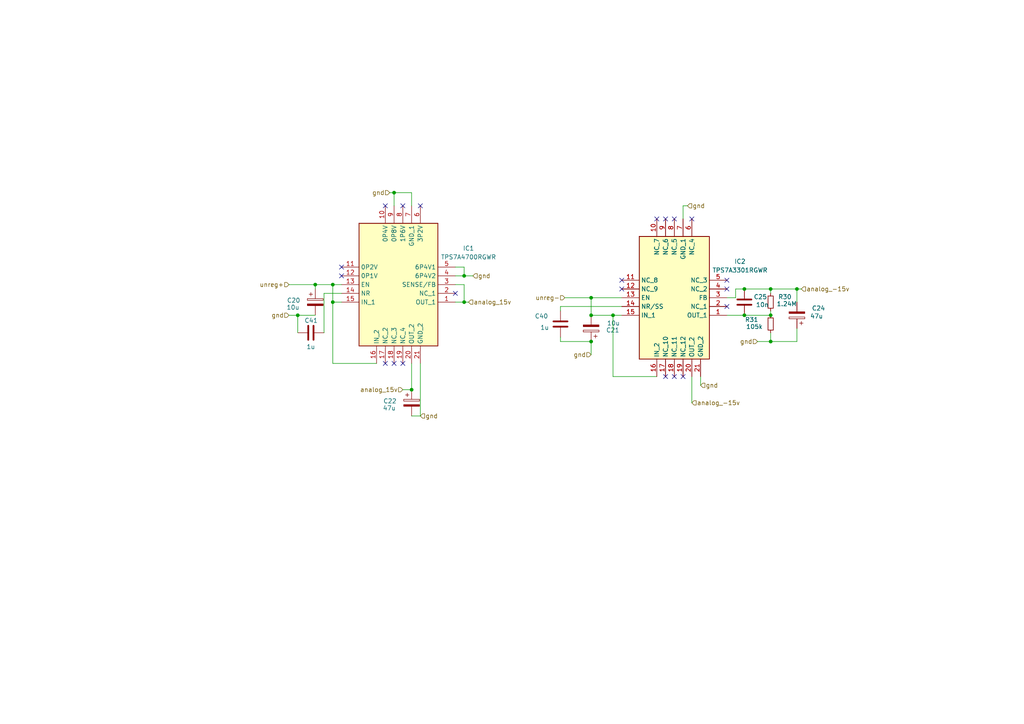
<source format=kicad_sch>
(kicad_sch (version 20250114) (generator "eeschema") (generator_version "9.0")
  (paper "A4")
  (lib_symbols
    (symbol "Device:C" (pin_numbers (hide yes)) (pin_names (offset 0.254))
      (property "Reference" "C" (at 0.635 2.54 0))
      (property "Value" "C" (at 0.635 -2.54 0))
      (symbol "C_0_1"
        (polyline (pts (xy -2.032 0.762) (xy 2.032 0.762)) (stroke (width 0.508)))
        (polyline (pts (xy -2.032 -0.762) (xy 2.032 -0.762)) (stroke (width 0.508)))
      )
      (symbol "C_1_1"
        (pin passive line (at 0 3.81 270) (length 2.794) (name "~") (number "1"))
        (pin passive line (at 0 -3.81 90) (length 2.794) (name "~") (number "2"))
      )
    )
    (symbol "Device:R_Small" (pin_numbers (hide yes)) (pin_names (offset 0.254) (hide yes))
      (property "Reference" "R" (at 0.762 0.508 0))
      (property "Value" "R_Small" (at 0.762 -1.016 0))
      (symbol "R_Small_0_1"
        (rectangle (start -0.762 1.778) (end 0.762 -1.778) (stroke (width 0.2032)))
      )
      (symbol "R_Small_1_1"
        (pin passive line (at 0 2.54 270) (length 0.762) (name "~") (number "1"))
        (pin passive line (at 0 -2.54 90) (length 0.762) (name "~") (number "2"))
      )
    )
    (symbol "Supply-Board-rescue:CP-Device" (pin_numbers (hide yes)) (pin_names (offset 0.254))
      (property "Reference" "C" (at 0.635 2.54 0))
      (property "Value" "Device_CP" (at 0.635 -2.54 0))
      (symbol "CP-Device_0_1"
        (rectangle (start -2.286 0.508) (end 2.286 1.016))
        (polyline (pts (xy -1.778 2.286) (xy -0.762 2.286)))
        (polyline (pts (xy -1.27 2.794) (xy -1.27 1.778)))
        (rectangle (start 2.286 -0.508) (end -2.286 -1.016) (fill (type outline)))
      )
      (symbol "CP-Device_1_1"
        (pin passive line (at 0 3.81 270) (length 2.794) (name "~") (number "1"))
        (pin passive line (at 0 -3.81 90) (length 2.794) (name "~") (number "2"))
      )
    )
    (symbol "TPS7A3301RGWR:TPS7A3301RGWR"
      (property "Reference" "IC" (at 26.67 17.78 0))
      (property "Value" "TPS7A3301RGWR" (at 26.67 15.24 0))
      (symbol "TPS7A3301RGWR_1_1"
        (rectangle (start 5.08 12.7) (end 25.4 -22.86) (stroke (width 0.254)) (fill (type background)))
        (pin passive line (at 0 0 0) (length 5.08) (name "OUT_1") (number "1"))
        (pin passive line (at 0 -2.54 0) (length 5.08) (name "NC_1") (number "2"))
        (pin passive line (at 0 -5.08 0) (length 5.08) (name "FB") (number "3"))
        (pin passive line (at 0 -7.62 0) (length 5.08) (name "NC_2") (number "4"))
        (pin passive line (at 0 -10.16 0) (length 5.08) (name "NC_3") (number "5"))
        (pin passive line (at 7.62 17.78 270) (length 5.08) (name "GND_2") (number "21"))
        (pin passive line (at 10.16 17.78 270) (length 5.08) (name "OUT_2") (number "20"))
        (pin passive line (at 10.16 -27.94 90) (length 5.08) (name "NC_4") (number "6"))
        (pin passive line (at 12.7 17.78 270) (length 5.08) (name "NC_12") (number "19"))
        (pin passive line (at 12.7 -27.94 90) (length 5.08) (name "GND_1") (number "7"))
        (pin passive line (at 15.24 17.78 270) (length 5.08) (name "NC_11") (number "18"))
        (pin passive line (at 15.24 -27.94 90) (length 5.08) (name "NC_5") (number "8"))
        (pin passive line (at 17.78 17.78 270) (length 5.08) (name "NC_10") (number "17"))
        (pin passive line (at 17.78 -27.94 90) (length 5.08) (name "NC_6") (number "9"))
        (pin passive line (at 20.32 17.78 270) (length 5.08) (name "IN_2") (number "16"))
        (pin passive line (at 20.32 -27.94 90) (length 5.08) (name "NC_7") (number "10"))
        (pin passive line (at 30.48 0 180) (length 5.08) (name "IN_1") (number "15"))
        (pin passive line (at 30.48 -2.54 180) (length 5.08) (name "NR/SS") (number "14"))
        (pin passive line (at 30.48 -5.08 180) (length 5.08) (name "EN") (number "13"))
        (pin passive line (at 30.48 -7.62 180) (length 5.08) (name "NC_9") (number "12"))
        (pin passive line (at 30.48 -10.16 180) (length 5.08) (name "NC_8") (number "11"))
      )
    )
    (symbol "TPS7A4700RGWR:TPS7A4700RGWR"
      (property "Reference" "IC" (at 29.21 17.78 0))
      (property "Value" "TPS7A4700RGWR" (at 29.21 15.24 0))
      (symbol "TPS7A4700RGWR_1_1"
        (rectangle (start 5.08 12.7) (end 27.94 -22.86) (stroke (width 0.254)) (fill (type background)))
        (pin passive line (at 0 0 0) (length 5.08) (name "OUT_1") (number "1"))
        (pin passive line (at 0 -2.54 0) (length 5.08) (name "NC_1") (number "2"))
        (pin passive line (at 0 -5.08 0) (length 5.08) (name "SENSE/FB") (number "3"))
        (pin passive line (at 0 -7.62 0) (length 5.08) (name "6P4V2") (number "4"))
        (pin passive line (at 0 -10.16 0) (length 5.08) (name "6P4V1") (number "5"))
        (pin passive line (at 10.16 17.78 270) (length 5.08) (name "GND_2") (number "21"))
        (pin passive line (at 10.16 -27.94 90) (length 5.08) (name "3P2V") (number "6"))
        (pin passive line (at 12.7 17.78 270) (length 5.08) (name "OUT_2") (number "20"))
        (pin passive line (at 12.7 -27.94 90) (length 5.08) (name "GND_1") (number "7"))
        (pin passive line (at 15.24 17.78 270) (length 5.08) (name "NC_4") (number "19"))
        (pin passive line (at 15.24 -27.94 90) (length 5.08) (name "1P6V") (number "8"))
        (pin passive line (at 17.78 17.78 270) (length 5.08) (name "NC_3") (number "18"))
        (pin passive line (at 17.78 -27.94 90) (length 5.08) (name "0P8V") (number "9"))
        (pin passive line (at 20.32 17.78 270) (length 5.08) (name "NC_2") (number "17"))
        (pin passive line (at 20.32 -27.94 90) (length 5.08) (name "0P4V") (number "10"))
        (pin passive line (at 22.86 17.78 270) (length 5.08) (name "IN_2") (number "16"))
        (pin passive line (at 33.02 0 180) (length 5.08) (name "IN_1") (number "15"))
        (pin passive line (at 33.02 -2.54 180) (length 5.08) (name "NR") (number "14"))
        (pin passive line (at 33.02 -5.08 180) (length 5.08) (name "EN") (number "13"))
        (pin passive line (at 33.02 -7.62 180) (length 5.08) (name "0P1V") (number "12"))
        (pin passive line (at 33.02 -10.16 180) (length 5.08) (name "0P2V") (number "11"))
      )
    )
  )
  (junction (at 171.45 86.36))
  (junction (at 223.52 83.82))
  (junction (at 96.52 82.55))
  (junction (at 171.45 91.44))
  (junction (at 171.45 99.06))
  (junction (at 177.8 91.44))
  (junction (at 215.9 91.44))
  (junction (at 223.52 91.44))
  (junction (at 86.36 91.44))
  (junction (at 114.3 55.88))
  (junction (at 119.38 113.03))
  (junction (at 91.44 82.55))
  (junction (at 134.62 80.01))
  (junction (at 215.9 83.82))
  (junction (at 96.52 87.63))
  (junction (at 223.52 99.06))
  (junction (at 134.62 87.63))
  (junction (at 231.14 83.82))
  (no_connect (at 210.82 83.82))
  (no_connect (at 111.76 105.41))
  (no_connect (at 210.82 88.9))
  (no_connect (at 198.12 109.22))
  (no_connect (at 121.92 59.69))
  (no_connect (at 195.58 109.22))
  (no_connect (at 195.58 63.5))
  (no_connect (at 99.06 80.01))
  (no_connect (at 180.34 81.28))
  (no_connect (at 132.08 85.09))
  (no_connect (at 193.04 109.22))
  (no_connect (at 111.76 59.69))
  (no_connect (at 190.5 63.5))
  (no_connect (at 193.04 63.5))
  (no_connect (at 210.82 81.28))
  (no_connect (at 114.3 105.41))
  (no_connect (at 116.84 105.41))
  (no_connect (at 180.34 83.82))
  (no_connect (at 99.06 77.47))
  (no_connect (at 116.84 59.69))
  (no_connect (at 200.66 63.5))
  (wire (pts (xy 219.71 99.06) (xy 223.52 99.06)))
  (wire (pts (xy 86.36 91.44) (xy 91.44 91.44)))
  (wire (pts (xy 231.14 83.82) (xy 231.14 87.63)))
  (wire (pts (xy 134.62 87.63) (xy 135.89 87.63)))
  (wire (pts (xy 121.92 105.41) (xy 121.92 120.65)))
  (wire (pts (xy 162.56 97.79) (xy 162.56 99.06)))
  (wire (pts (xy 223.52 96.52) (xy 223.52 99.06)))
  (wire (pts (xy 177.8 109.22) (xy 177.8 91.44)))
  (wire (pts (xy 180.34 86.36) (xy 171.45 86.36)))
  (wire (pts (xy 190.5 109.22) (xy 177.8 109.22)))
  (wire (pts (xy 132.08 87.63) (xy 134.62 87.63)))
  (wire (pts (xy 198.12 59.69) (xy 198.12 63.5)))
  (wire (pts (xy 215.9 83.82) (xy 223.52 83.82)))
  (wire (pts (xy 96.52 105.41) (xy 96.52 87.63)))
  (wire (pts (xy 96.52 87.63) (xy 96.52 82.55)))
  (wire (pts (xy 96.52 82.55) (xy 99.06 82.55)))
  (wire (pts (xy 113.03 55.88) (xy 114.3 55.88)))
  (wire (pts (xy 119.38 55.88) (xy 114.3 55.88)))
  (wire (pts (xy 86.36 91.44) (xy 86.36 96.52)))
  (wire (pts (xy 223.52 90.17) (xy 223.52 91.44)))
  (wire (pts (xy 177.8 91.44) (xy 180.34 91.44)))
  (wire (pts (xy 119.38 59.69) (xy 119.38 55.88)))
  (wire (pts (xy 215.9 83.82) (xy 213.36 83.82)))
  (wire (pts (xy 203.2 109.22) (xy 203.2 111.76)))
  (wire (pts (xy 132.08 77.47) (xy 134.62 77.47)))
  (wire (pts (xy 223.52 83.82) (xy 223.52 85.09)))
  (wire (pts (xy 116.84 113.03) (xy 119.38 113.03)))
  (wire (pts (xy 163.83 86.36) (xy 171.45 86.36)))
  (wire (pts (xy 162.56 90.17) (xy 162.56 88.9)))
  (wire (pts (xy 93.98 85.09) (xy 93.98 96.52)))
  (wire (pts (xy 215.9 91.44) (xy 223.52 91.44)))
  (wire (pts (xy 231.14 95.25) (xy 231.14 99.06)))
  (wire (pts (xy 213.36 86.36) (xy 210.82 86.36)))
  (wire (pts (xy 199.39 59.69) (xy 198.12 59.69)))
  (wire (pts (xy 223.52 83.82) (xy 231.14 83.82)))
  (wire (pts (xy 134.62 82.55) (xy 134.62 87.63)))
  (wire (pts (xy 119.38 120.65) (xy 121.92 120.65)))
  (wire (pts (xy 93.98 85.09) (xy 99.06 85.09)))
  (wire (pts (xy 210.82 91.44) (xy 215.9 91.44)))
  (wire (pts (xy 171.45 86.36) (xy 171.45 91.44)))
  (wire (pts (xy 162.56 99.06) (xy 171.45 99.06)))
  (wire (pts (xy 213.36 83.82) (xy 213.36 86.36)))
  (wire (pts (xy 99.06 87.63) (xy 96.52 87.63)))
  (wire (pts (xy 132.08 80.01) (xy 134.62 80.01)))
  (wire (pts (xy 162.56 88.9) (xy 180.34 88.9)))
  (wire (pts (xy 134.62 80.01) (xy 137.16 80.01)))
  (wire (pts (xy 114.3 55.88) (xy 114.3 59.69)))
  (wire (pts (xy 119.38 113.03) (xy 119.38 105.41)))
  (wire (pts (xy 83.82 91.44) (xy 86.36 91.44)))
  (wire (pts (xy 231.14 83.82) (xy 232.41 83.82)))
  (wire (pts (xy 91.44 83.82) (xy 91.44 82.55)))
  (wire (pts (xy 200.66 109.22) (xy 200.66 116.84)))
  (wire (pts (xy 96.52 82.55) (xy 91.44 82.55)))
  (wire (pts (xy 83.82 82.55) (xy 91.44 82.55)))
  (wire (pts (xy 171.45 91.44) (xy 177.8 91.44)))
  (wire (pts (xy 134.62 77.47) (xy 134.62 80.01)))
  (wire (pts (xy 132.08 82.55) (xy 134.62 82.55)))
  (wire (pts (xy 171.45 102.87) (xy 171.45 99.06)))
  (wire (pts (xy 223.52 99.06) (xy 231.14 99.06)))
  (wire (pts (xy 109.22 105.41) (xy 96.52 105.41)))
  (hierarchical_label "analog_15v" (shape input) (at 135.89 87.63 0))
  (hierarchical_label "gnd" (shape input) (at 203.2 111.76 0))
  (hierarchical_label "analog_15v" (shape input) (at 116.84 113.03 180))
  (hierarchical_label "gnd" (shape input) (at 199.39 59.69 0))
  (hierarchical_label "gnd" (shape input) (at 113.03 55.88 180))
  (hierarchical_label "gnd" (shape input) (at 219.71 99.06 180))
  (hierarchical_label "unreg-" (shape input) (at 163.83 86.36 180))
  (hierarchical_label "gnd" (shape input) (at 137.16 80.01 0))
  (hierarchical_label "analog_-15v" (shape input) (at 232.41 83.82 0))
  (hierarchical_label "gnd" (shape input) (at 171.45 102.87 180))
  (hierarchical_label "gnd" (shape input) (at 121.92 120.65 0))
  (hierarchical_label "unreg+" (shape input) (at 83.82 82.55 180))
  (hierarchical_label "analog_-15v" (shape input) (at 200.66 116.84 0))
  (hierarchical_label "gnd" (shape input) (at 83.82 91.44 180))
  (symbol (lib_id "Device:C") (at 215.9 87.63 0) (unit 1)
    (property "Reference" "C25" (at 222.504 86.106 0) (effects (justify right)))
    (property "Value" "10n" (at 223.012 88.392 0) (effects (justify right)))
    (property "Footprint" "Capacitor_SMD:C_0603_1608Metric" (effects (hide yes)))
    (property "Datasheet" "https://www.reichelt.de/vielschicht-kerko-4-7-f-16v-125-c-kem-x7r0805-4-7u-p207081.html?&trstct=pol_3" (effects (hide yes)))
    (property "Mouser Part Number" "581-06033C103KAZ2A" (effects (hide yes)))
  )
  (symbol (lib_id "Device:C") (at 90.17 96.52 270) (unit 1)
    (property "Reference" "C41" (at 92.202 92.964 90) (effects (justify right)))
    (property "Value" "1u" (at 91.44 100.584 90) (effects (justify right)))
    (property "Footprint" "Capacitor_SMD:C_0603_1608Metric" (effects (hide yes)))
    (property "Datasheet" "https://www.reichelt.de/vielschicht-kerko-4-7-f-16v-125-c-kem-x7r0805-4-7u-p207081.html?&trstct=pol_3" (effects (hide yes)))
    (property "Mouser Part Number" "963-MLASU168SB5105KT" (effects (hide yes)))
  )
  (symbol (lib_id "TPS7A3301RGWR:TPS7A3301RGWR") (at 210.82 91.44 180) (unit 1)
    (property "Reference" "IC2" (at 214.63 75.8346 0))
    (property "Value" "TPS7A3301RGWR" (at 214.63 78.3746 0))
    (property "Footprint" "TPS7A3301RGWR:QFN65P500X500X100-21N-D" (effects (hide yes)))
    (property "Datasheet" "http://www.ti.com/lit/ds/symlink/tps7a33.pdf" (effects (hide yes)))
    (property "Description" "-3V to -36V Vin, 1A output current, ultra-low-noise, high-PSRR, low-dropout (LDO) linear regulator" (effects (hide yes)))
    (property "Height" "1" (effects (hide yes)))
    (property "Mouser Part Number" "595-TPS7A3301RGWR" (effects (hide yes)))
    (property "Mouser Price/Stock" "https://www.mouser.co.uk/ProductDetail/Texas-Instruments/TPS7A3301RGWR?qs=i8JZjLRTtkLEU7%252B8PZb5ZA%3D%3D" (effects (hide yes)))
    (property "Manufacturer_Name" "Texas Instruments" (effects (hide yes)))
    (property "Manufacturer_Part_Number" "TPS7A3301RGWR" (effects (hide yes)))
  )
  (symbol (lib_id "Supply-Board-rescue:CP-Device") (at 119.38 116.84 0) (unit 1)
    (property "Reference" "C22" (at 115.062 116.332 0) (effects (justify right)))
    (property "Value" "47u" (at 114.808 118.364 0) (effects (justify right)))
    (property "Footprint" "Capacitor_Tantalum_SMD:CP_EIA-7343-31_Kemet-D" (effects (hide yes)))
    (property "Datasheet" "https://www.reichelt.de/smd-tantal-10-f-16v-125-c-t491c-10u-16-p206468.html?&trstct=pol_3" (effects (hide yes)))
    (property "Mouser Part Number" "80-T491D476K020" (effects (hide yes)))
  )
  (symbol (lib_id "Supply-Board-rescue:CP-Device") (at 91.44 87.63 0) (unit 1)
    (property "Reference" "C20" (at 87.122 87.122 0) (effects (justify right)))
    (property "Value" "10u" (at 86.868 89.154 0) (effects (justify right)))
    (property "Footprint" "Capacitor_Tantalum_SMD:CP_EIA-7343-31_Kemet-D" (effects (hide yes)))
    (property "Datasheet" "https://www.reichelt.de/smd-tantal-10-f-16v-125-c-t491c-10u-16-p206468.html?&trstct=pol_3" (effects (hide yes)))
    (property "Mouser Part Number" "80-T491D106K025" (effects (hide yes)))
  )
  (symbol (lib_id "TPS7A4700RGWR:TPS7A4700RGWR") (at 132.08 87.63 180) (unit 1)
    (property "Reference" "IC1" (at 135.89 72.0246 0))
    (property "Value" "TPS7A4700RGWR" (at 135.89 74.5646 0))
    (property "Footprint" "TPS7A4700RGWR:QFN65P500X500X100-21N-D" (effects (hide yes)))
    (property "Datasheet" "http://www.ti.com/lit/gpn/tps7a47" (effects (hide yes)))
    (property "Description" "36-V, 1-A, 4.17-uVRMS, RF low-dropout (LDO) voltage regulator" (effects (hide yes)))
    (property "Height" "1" (effects (hide yes)))
    (property "Mouser Part Number" "595-TPS7A4700RGWR" (effects (hide yes)))
    (property "Mouser Price/Stock" "https://www.mouser.co.uk/ProductDetail/Texas-Instruments/TPS7A4700RGWR?qs=b5Ofe9I6AaEq0TfoG6v9lA%3D%3D" (effects (hide yes)))
    (property "Manufacturer_Name" "Texas Instruments" (effects (hide yes)))
    (property "Manufacturer_Part_Number" "TPS7A4700RGWR" (effects (hide yes)))
  )
  (symbol (lib_id "Device:R_Small") (at 223.52 93.98 180) (unit 1)
    (property "Reference" "R31" (at 219.964 92.71 0) (effects (justify left)))
    (property "Value" "105k" (at 221.234 94.742 0) (effects (justify left)))
    (property "Footprint" "Resistor_SMD:R_0805_2012Metric" (effects (hide yes)))
    (property "Mouser Part Number" "279-RQ73C2A105KBTD" (effects (hide yes)))
  )
  (symbol (lib_id "Supply-Board-rescue:CP-Device") (at 171.45 95.25 180) (unit 1)
    (property "Reference" "C21" (at 175.768 95.758 0) (effects (justify right)))
    (property "Value" "10u" (at 176.022 93.726 0) (effects (justify right)))
    (property "Footprint" "Capacitor_Tantalum_SMD:CP_EIA-7343-31_Kemet-D" (effects (hide yes)))
    (property "Datasheet" "https://www.reichelt.de/smd-tantal-10-f-16v-125-c-t491c-10u-16-p206468.html?&trstct=pol_3" (effects (hide yes)))
    (property "Mouser Part Number" "80-T491D106K025" (effects (hide yes)))
  )
  (symbol (lib_id "Supply-Board-rescue:CP-Device") (at 231.14 91.44 180) (unit 1)
    (property "Reference" "C24" (at 235.458 89.408 0) (effects (justify right)))
    (property "Value" "47u" (at 234.95 91.694 0) (effects (justify right)))
    (property "Footprint" "Capacitor_Tantalum_SMD:CP_EIA-7343-31_Kemet-D" (effects (hide yes)))
    (property "Datasheet" "https://www.reichelt.de/smd-tantal-10-f-16v-125-c-t491c-10u-16-p206468.html?&trstct=pol_3" (effects (hide yes)))
    (property "Mouser Part Number" "80-T491D476K020" (effects (hide yes)))
  )
  (symbol (lib_id "Device:R_Small") (at 223.52 87.63 180) (unit 1)
    (property "Reference" "R30" (at 229.616 86.106 0) (effects (justify left)))
    (property "Value" "1.24M" (at 231.14 88.138 0) (effects (justify left)))
    (property "Footprint" "Resistor_SMD:R_0805_2012Metric" (effects (hide yes)))
    (property "Mouser Part Number" "71-CRCW08051M24FKEA" (effects (hide yes)))
  )
  (symbol (lib_id "Device:C") (at 162.56 93.98 0) (unit 1)
    (property "Reference" "C40" (at 159.004 91.694 0) (effects (justify right)))
    (property "Value" "1u" (at 159.258 94.996 0) (effects (justify right)))
    (property "Footprint" "Capacitor_SMD:C_0603_1608Metric" (effects (hide yes)))
    (property "Datasheet" "https://www.reichelt.de/vielschicht-kerko-4-7-f-16v-125-c-kem-x7r0805-4-7u-p207081.html?&trstct=pol_3" (effects (hide yes)))
    (property "Mouser Part Number" "963-MLASU168SB5105KT" (effects (hide yes)))
  )
)
</source>
